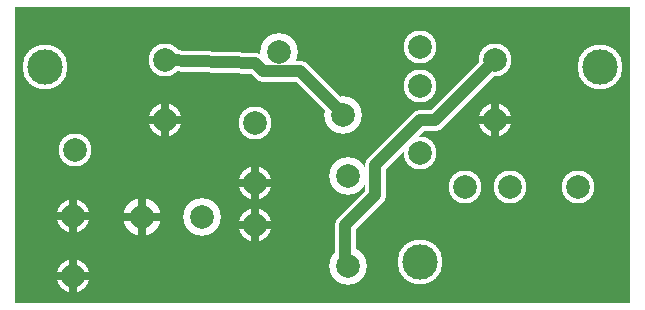
<source format=gbr>
%FSLAX34Y34*%
%MOMM*%
%LNCOPPER_TOP*%
G71*
G01*
%ADD10C,2.800*%
%ADD11C,3.200*%
%ADD12C,2.800*%
%ADD13C,1.800*%
%ADD14C,3.800*%
%ADD15C,0.680*%
%ADD16C,0.667*%
%ADD17C,2.000*%
%ADD18C,2.000*%
%ADD19C,1.000*%
%ADD20C,3.000*%
%LPD*%
G36*
X-127000Y146050D02*
X393000Y146050D01*
X393000Y-103950D01*
X-127000Y-103950D01*
X-127000Y146050D01*
G37*
%LPC*%
X215900Y79500D02*
G54D10*
D03*
X215900Y22350D02*
G54D10*
D03*
X-76200Y25400D02*
G54D10*
D03*
X-78445Y-30820D02*
G54D10*
D03*
X292100Y-6350D02*
G54D10*
D03*
X349250Y-6350D02*
G54D10*
D03*
X150277Y54700D02*
G54D11*
D03*
X96395Y108652D02*
G54D11*
D03*
X150277Y54700D02*
G54D12*
D03*
X154328Y-73076D02*
G54D11*
D03*
X154378Y3174D02*
G54D11*
D03*
X154328Y-73076D02*
G54D12*
D03*
X76200Y47750D02*
G54D10*
D03*
X76200Y-3050D02*
G54D10*
D03*
X-78445Y-30820D02*
G54D10*
D03*
X76200Y-3050D02*
G54D10*
D03*
X-19906Y-31657D02*
G54D11*
D03*
X31074Y-31545D02*
G54D11*
D03*
G54D13*
X150277Y54700D02*
X152400Y54050D01*
X114300Y92150D01*
X82550Y92150D01*
X76200Y98500D01*
X0Y101600D01*
X-19906Y-31657D02*
G54D11*
D03*
X254000Y-6350D02*
G54D10*
D03*
X76200Y-38100D02*
G54D10*
D03*
X215900Y112520D02*
G54D10*
D03*
X0Y101600D02*
G54D10*
D03*
X0Y50800D02*
G54D10*
D03*
X279400Y101600D02*
G54D10*
D03*
X279400Y50800D02*
G54D10*
D03*
X-78445Y-81620D02*
G54D10*
D03*
G54D13*
X279400Y101600D02*
X228600Y50800D01*
X215900Y50800D01*
X177800Y12700D01*
X177800Y-12700D01*
X152400Y-38100D01*
X152400Y-76200D01*
X154328Y-73076D01*
X215900Y-69850D02*
G54D14*
D03*
X-101600Y95250D02*
G54D14*
D03*
X368300Y95250D02*
G54D14*
D03*
%LPD*%
G54D15*
G36*
X-75045Y-30820D02*
X-75045Y-45320D01*
X-81845Y-45320D01*
X-81845Y-30820D01*
X-75045Y-30820D01*
G37*
G36*
X-78445Y-34220D02*
X-92945Y-34220D01*
X-92945Y-27420D01*
X-78445Y-27420D01*
X-78445Y-34220D01*
G37*
G36*
X-81845Y-30820D02*
X-81845Y-16320D01*
X-75045Y-16320D01*
X-75045Y-30820D01*
X-81845Y-30820D01*
G37*
G36*
X-78445Y-27420D02*
X-63945Y-27420D01*
X-63945Y-34220D01*
X-78445Y-34220D01*
X-78445Y-27420D01*
G37*
G54D15*
G36*
X76200Y350D02*
X90700Y350D01*
X90700Y-6450D01*
X76200Y-6450D01*
X76200Y350D01*
G37*
G36*
X79600Y-3050D02*
X79600Y-17550D01*
X72800Y-17550D01*
X72800Y-3050D01*
X79600Y-3050D01*
G37*
G36*
X76200Y-6450D02*
X61700Y-6450D01*
X61700Y350D01*
X76200Y350D01*
X76200Y-6450D01*
G37*
G36*
X72800Y-3050D02*
X72800Y11450D01*
X79600Y11450D01*
X79600Y-3050D01*
X72800Y-3050D01*
G37*
G54D15*
G36*
X-19906Y-35057D02*
X-36406Y-35057D01*
X-36406Y-28257D01*
X-19906Y-28257D01*
X-19906Y-35057D01*
G37*
G36*
X-23306Y-31657D02*
X-23306Y-15157D01*
X-16506Y-15157D01*
X-16506Y-31657D01*
X-23306Y-31657D01*
G37*
G36*
X-19906Y-28257D02*
X-3406Y-28257D01*
X-3406Y-35057D01*
X-19906Y-35057D01*
X-19906Y-28257D01*
G37*
G36*
X-16506Y-31657D02*
X-16506Y-48157D01*
X-23306Y-48157D01*
X-23306Y-31657D01*
X-16506Y-31657D01*
G37*
G54D15*
G36*
X76200Y-34700D02*
X90700Y-34700D01*
X90700Y-41500D01*
X76200Y-41500D01*
X76200Y-34700D01*
G37*
G36*
X79600Y-38100D02*
X79600Y-52600D01*
X72800Y-52600D01*
X72800Y-38100D01*
X79600Y-38100D01*
G37*
G36*
X76200Y-41500D02*
X61700Y-41500D01*
X61700Y-34700D01*
X76200Y-34700D01*
X76200Y-41500D01*
G37*
G36*
X72800Y-38100D02*
X72800Y-23600D01*
X79600Y-23600D01*
X79600Y-38100D01*
X72800Y-38100D01*
G37*
G54D16*
G36*
X-3333Y50800D02*
X-3333Y65300D01*
X3333Y65300D01*
X3333Y50800D01*
X-3333Y50800D01*
G37*
G36*
X0Y54133D02*
X14500Y54133D01*
X14500Y47467D01*
X0Y47467D01*
X0Y54133D01*
G37*
G36*
X3333Y50800D02*
X3333Y36300D01*
X-3333Y36300D01*
X-3333Y50800D01*
X3333Y50800D01*
G37*
G36*
X0Y47467D02*
X-14500Y47467D01*
X-14500Y54133D01*
X0Y54133D01*
X0Y47467D01*
G37*
G54D16*
G36*
X276067Y50800D02*
X276067Y65300D01*
X282733Y65300D01*
X282733Y50800D01*
X276067Y50800D01*
G37*
G36*
X279400Y54133D02*
X293900Y54133D01*
X293900Y47467D01*
X279400Y47467D01*
X279400Y54133D01*
G37*
G36*
X282733Y50800D02*
X282733Y36300D01*
X276067Y36300D01*
X276067Y50800D01*
X282733Y50800D01*
G37*
G36*
X279400Y47467D02*
X264900Y47467D01*
X264900Y54133D01*
X279400Y54133D01*
X279400Y47467D01*
G37*
G54D15*
G36*
X-75045Y-81620D02*
X-75045Y-96120D01*
X-81845Y-96120D01*
X-81845Y-81620D01*
X-75045Y-81620D01*
G37*
G36*
X-78445Y-85020D02*
X-92945Y-85020D01*
X-92945Y-78220D01*
X-78445Y-78220D01*
X-78445Y-85020D01*
G37*
G36*
X-81845Y-81620D02*
X-81845Y-67120D01*
X-75045Y-67120D01*
X-75045Y-81620D01*
X-81845Y-81620D01*
G37*
G36*
X-78445Y-78220D02*
X-63945Y-78220D01*
X-63945Y-85020D01*
X-78445Y-85020D01*
X-78445Y-78220D01*
G37*
X215900Y79500D02*
G54D17*
D03*
X215900Y22350D02*
G54D17*
D03*
X-76200Y25400D02*
G54D17*
D03*
X-78445Y-30820D02*
G54D17*
D03*
X292100Y-6350D02*
G54D17*
D03*
X349250Y-6350D02*
G54D17*
D03*
X150277Y54700D02*
G54D17*
D03*
X96395Y108652D02*
G54D17*
D03*
X150277Y54700D02*
G54D18*
D03*
X154328Y-73076D02*
G54D17*
D03*
X154378Y3174D02*
G54D17*
D03*
X154328Y-73076D02*
G54D18*
D03*
X76200Y47750D02*
G54D17*
D03*
X76200Y-3050D02*
G54D17*
D03*
X-78445Y-30820D02*
G54D17*
D03*
X76200Y-3050D02*
G54D17*
D03*
X-19906Y-31657D02*
G54D17*
D03*
X31074Y-31545D02*
G54D17*
D03*
G54D19*
X150277Y54700D02*
X152400Y54050D01*
X114300Y92150D01*
X82550Y92150D01*
X76200Y98500D01*
X0Y101600D01*
X-19906Y-31657D02*
G54D17*
D03*
X254000Y-6350D02*
G54D17*
D03*
X76200Y-38100D02*
G54D17*
D03*
X215900Y112520D02*
G54D17*
D03*
X0Y101600D02*
G54D17*
D03*
X0Y50800D02*
G54D17*
D03*
X279400Y101600D02*
G54D17*
D03*
X279400Y50800D02*
G54D17*
D03*
X-78445Y-81620D02*
G54D17*
D03*
G54D19*
X279400Y101600D02*
X228600Y50800D01*
X215900Y50800D01*
X177800Y12700D01*
X177800Y-12700D01*
X152400Y-38100D01*
X152400Y-76200D01*
X154328Y-73076D01*
X215900Y-69850D02*
G54D20*
D03*
X-101600Y95250D02*
G54D20*
D03*
X368300Y95250D02*
G54D20*
D03*
M02*

</source>
